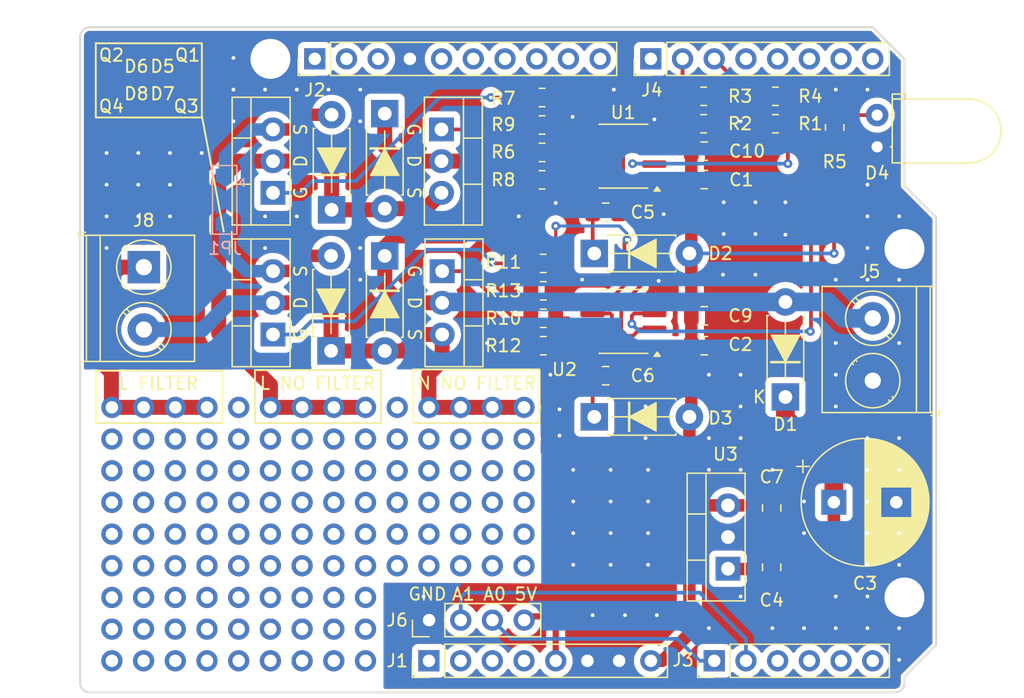
<source format=kicad_pcb>
(kicad_pcb (version 20240108) (generator "pcbnew") (generator_version "8.0")
  (title_block (title "Inverter") (date "2025-01-12") (rev "1") (company "Crupp 1"))
  (layers (0 "F.Cu" signal) (31 "B.Cu" signal) (34 "B.Paste" user) (35 "F.Paste" user) (36 "B.SilkS" user "B.Silkscreen") (37 "F.SilkS" user "F.Silkscreen") (38 "B.Mask" user) (39 "F.Mask" user) (44 "Edge.Cuts" user))
  (net 0 "")
  (net 1 "GND")
  (net 3 "+5V")
  (net 4 "/IOREF")
  (net 5 "/A0")
  (net 6 "/A1")
  (net 7 "/A2")
  (net 8 "/A3")
  (net 11 "/13")
  (net 12 "/12")
  (net 13 "/AREF")
  (net 14 "/8")
  (net 15 "/7")
  (net 16 "/*11")
  (net 17 "/*10")
  (net 18 "/*9")
  (net 19 "/4")
  (net 20 "/2")
  (net 21 "+12V")
  (net 22 "Net-(D1-K)")
  (net 23 "/TX{slash}1")
  (net 24 "/*3")
  (net 25 "/RX{slash}0")
  (net 26 "+3V3")
  (net 27 "/~{RESET}")
  (net 28 "/VB1")
  (net 29 "/VS1")
  (net 30 "/VB2")
  (net 31 "/VS2")
  (net 32 "VIN")
  (net 33 "Net-(D4-A)")
  (net 34 "Net-(D6-A)")
  (net 35 "Net-(D8-A)")
  (net 36 "/PWM_A")
  (net 37 "/PWM_B")
  (net 38 "Net-(Q1-G)")
  (net 39 "Net-(Q2-G)")
  (net 40 "Net-(Q3-G)")
  (net 41 "Net-(Q4-G)")
  (net 42 "Net-(U1-HIN)")
  (net 43 "Net-(U1-LIN)")
  (net 44 "Net-(U2-HIN)")
  (net 45 "Net-(U2-LIN)")
  (net 46 "/OUT1_H")
  (net 47 "/OUT1_L")
  (net 48 "/OUT2_H")
  (net 49 "/OUT2_L")
  (net 50 "/L_Unfiltered ")
  (net 51 "/N")
  (net 52 "/ L_filtered")
  (footprint "" (layer "F.Cu") (at 125.4 84.76)
    (property "Reference" "15" (hide yes))
    (property "Value" " ")
  )
  (footprint "PCM_Package_TO_SOT_THT_AKL:TO-220-3_Vertical" (layer "F.Cu") (at 151.9 90.08 90)
    (property "Reference" "U3")
    (property "Value" "LM7812CT" (hide yes))
  )
  (footprint "Resistor_SMD:R_0805_2012Metric_Pad1.20x1.40mm_HandSolder" (layer "F.Cu") (at 137.1 72.2)
    (property "Reference" "R12")
    (property "Value" "47k")
  )
  (footprint "Connector_PinHeader_2.54mm:PinHeader_1x01_P2.54mm_Vertical" (layer "F.Cu") (at 107.62 79.68)
    (property "Reference" "REF**65" (hide yes))
    (property "Value" " " (hide yes))
  )
  (footprint "Connector_PinHeader_2.54mm:PinHeader_1x01_P2.54mm_Vertical" (layer "F.Cu") (at 105.08 77.14)
    (property "Reference" "REF**73" (hide yes))
    (property "Value" " " (hide yes))
  )
  (footprint "Connector_PinHeader_2.54mm:PinHeader_1x01_P2.54mm_Vertical" (layer "F.Cu") (at 107.62 82.22)
    (property "Reference" "REF**56" (hide yes))
    (property "Value" " " (hide yes))
  )
  (footprint "Connector_PinHeader_2.54mm:PinHeader_1x01_P2.54mm_Vertical" (layer "F.Cu") (at 102.54 77.14)
    (property "Reference" "REF**72" (hide yes))
    (property "Value" " " (hide yes))
  )
  (footprint "PCM_Diode_THT_AKL:D_DO-41_SOD81_P7.62mm_Horizontal" (layer "F.Cu") (at 141.19 64.8)
    (property "Reference" "D2")
    (property "Value" "1N4001" (hide yes))
  )
  (footprint "Connector_PinHeader_2.54mm:PinHeader_1x01_P2.54mm_Vertical" (layer "F.Cu") (at 120.32 84.76)
    (property "Reference" "REF**52" (hide yes))
    (property "Value" " " (hide yes))
  )
  (footprint "Connector_PinHeader_2.54mm:PinHeader_1x01_P2.54mm_Vertical" (layer "F.Cu") (at 120.32 79.68)
    (property "Reference" "REF**70" (hide yes))
    (property "Value" " " (hide yes))
  )
  (footprint "Resistor_SMD:R_0805_2012Metric_Pad1.20x1.40mm_HandSolder" (layer "F.Cu") (at 155.7 52.2 180)
    (property "Reference" "R4")
    (property "Value" "1k")
  )
  (footprint "Connector_PinHeader_2.54mm:PinHeader_1x01_P2.54mm_Vertical" (layer "F.Cu") (at 122.86 87.3)
    (property "Reference" "REF**44" (hide yes))
    (property "Value" " " (hide yes))
  )
  (footprint "Connector_PinHeader_2.54mm:PinHeader_1x01_P2.54mm_Vertical" (layer "F.Cu") (at 110.16 94.92)
    (property "Reference" "REF**12" (hide yes))
    (property "Value" " " (hide yes))
  )
  (footprint "Connector_PinHeader_2.54mm:PinHeader_1x01_P2.54mm_Vertical" (layer "F.Cu") (at 122.86 97.46)
    (property "Reference" "REF**8" (hide yes))
    (property "Value" " " (hide yes))
  )
  (footprint "Connector_PinHeader_2.54mm:PinHeader_1x01_P2.54mm_Vertical" (layer "F.Cu") (at 110.16 84.76)
    (property "Reference" "REF**48" (hide yes))
    (property "Value" " " (hide yes))
  )
  (footprint "" (layer "F.Cu") (at 135.56 84.76)
    (property "Reference" "19" (hide yes))
    (property "Value" " ")
  )
  (footprint "" (layer "F.Cu") (at 135.56 77.14)
    (property "Reference" "33" (hide yes))
    (property "Value" " ")
  )
  (footprint "" (layer "F.Cu") (at 127.94 79.68)
    (property "Reference" "25" (hide yes))
    (property "Value" " ")
  )
  (footprint "Connector_PinHeader_2.54mm:PinHeader_1x01_P2.54mm_Vertical" (layer "F.Cu") (at 110.16 77.14)
    (property "Reference" "REF**75" (hide yes))
    (property "Value" " " (hide yes))
  )
  (footprint "Connector_PinHeader_2.54mm:PinHeader_1x01_P2.54mm_Vertical" (layer "F.Cu") (at 117.78 84.76)
    (property "Reference" "REF**51" (hide yes))
    (property "Value" " " (hide yes))
  )
  (footprint "Connector_PinHeader_2.54mm:PinHeader_1x01_P2.54mm_Vertical" (layer "F.Cu") (at 117.78 79.68)
    (property "Reference" "REF**69" (hide yes))
    (property "Value" " " (hide yes))
  )
  (footprint "Connector_PinHeader_2.54mm:PinHeader_1x01_P2.54mm_Vertical" (layer "F.Cu") (at 115.24 97.46)
    (property "Reference" "REF**5" (hide yes))
    (property "Value" " " (hide yes))
  )
  (footprint "Resistor_SMD:R_0805_2012Metric_Pad1.20x1.40mm_HandSolder" (layer "F.Cu") (at 149.95 54.4)
    (property "Reference" "R2")
    (property "Value" "1k")
  )
  (footprint "Connector_PinHeader_2.54mm:PinHeader_1x01_P2.54mm_Vertical" (layer "F.Cu") (at 117.78 92.38)
    (property "Reference" "REF**24" (hide yes))
    (property "Value" " " (hide yes))
  )
  (footprint "Connector_PinHeader_2.54mm:PinHeader_1x10_P2.54mm_Vertical" (layer "F.Cu") (at 118.796 49.2 90)
    (property "Reference" "J2")
    (property "Value" "Digital/PWM")
  )
  (footprint "" (layer "F.Cu") (at 133.02 82.22)
    (property "Reference" "23" (hide yes))
    (property "Value" " ")
  )
  (footprint "Connector_PinHeader_2.54mm:PinHeader_1x01_P2.54mm_Vertical" (layer "F.Cu") (at 107.62 97.46)
    (property "Reference" "REF**2" (hide yes))
    (property "Value" " " (hide yes))
  )
  (footprint "" (layer "F.Cu") (at 127.94 77.14)
    (property "Reference" "30" (hide yes))
    (property "Value" " ")
  )
  (footprint "Connector_PinHeader_2.54mm:PinHeader_1x01_P2.54mm_Vertical" (layer "F.Cu") (at 115.24 89.84)
    (property "Reference" "REF**32" (hide yes))
    (property "Value" " " (hide yes))
  )
  (footprint "Resistor_SMD:R_0805_2012Metric_Pad1.20x1.40mm_HandSolder" (layer "F.Cu") (at 160.45 54.7 90)
    (property "Reference" "R5")
    (property "Value" "1k")
  )
  (footprint "Connector_PinHeader_2.54mm:PinHeader_1x01_P2.54mm_Vertical" (layer "F.Cu") (at 107.62 84.76)
    (property "Reference" "REF**47" (hide yes))
    (property "Value" " " (hide yes))
  )
  (footprint "Connector_PinHeader_2.54mm:PinHeader_1x01_P2.54mm_Vertical" (layer "F.Cu") (at 112.7 89.84)
    (property "Reference" "REF**31" (hide yes))
    (property "Value" " " (hide yes))
  )
  (footprint "Connector_PinHeader_2.54mm:PinHeader_1x01_P2.54mm_Vertical" (layer "F.Cu") (at 112.7 94.92)
    (property "Reference" "REF**13" (hide yes))
    (property "Value" " " (hide yes))
  )
  (footprint "Connector_PinHeader_2.54mm:PinHeader_1x01_P2.54mm_Vertical" (layer "F.Cu") (at 112.7 79.68)
    (property "Reference" "REF**67" (hide yes))
    (property "Value" " " (hide yes))
  )
  (footprint "Capacitor_SMD:C_0805_2012Metric_Pad1.18x1.45mm_HandSolder" (layer "F.Cu") (at 150 58.875 180)
    (property "Reference" "C1")
    (property "Value" "100n")
  )
  (footprint "Connector_PinHeader_2.54mm:PinHeader_1x01_P2.54mm_Vertical" (layer "F.Cu") (at 122.86 77.14)
    (property "Reference" "REF**80" (hide yes))
    (property "Value" " " (hide yes))
  )
  (footprint "PCM_Diode_THT_AKL:D_DO-41_SOD81_P7.62mm_Horizontal" (layer "F.Cu") (at 120.1 72.61 90)
    (property "Reference" "D8")
    (property "Value" "1N4001" (hide yes))
  )
  (footprint "" (layer "F.Cu") (at 130.48 77.14)
    (property "Reference" "31" (hide yes))
    (property "Value" " ")
  )
  (footprint "Connector_PinHeader_2.54mm:PinHeader_1x01_P2.54mm_Vertical" (layer "F.Cu") (at 120.32 77.14)
    (property "Reference" "REF**79" (hide yes))
    (property "Value" " " (hide yes))
  )
  (footprint "Connector_PinHeader_2.54mm:PinHeader_1x01_P2.54mm_Vertical" (layer "F.Cu") (at 122.86 89.84)
    (property "Reference" "REF**35" (hide yes))
    (property "Value" " " (hide yes))
  )
  (footprint "Resistor_SMD:R_0805_2012Metric_Pad1.20x1.40mm_HandSolder" (layer "F.Cu") (at 137.1 67.8 180)
    (property "Reference" "R13")
    (property "Value" "47k")
  )
  (footprint "Connector_PinHeader_2.54mm:PinHeader_1x01_P2.54mm_Vertical" (layer "F.Cu") (at 107.62 94.92)
    (property "Reference" "REF**11" (hide yes))
    (property "Value" " " (hide yes))
  )
  (footprint "Connector_PinHeader_2.54mm:PinHeader_1x01_P2.54mm_Vertical" (layer "F.Cu") (at 112.7 97.46)
    (property "Reference" "REF**4" (hide yes))
    (property "Value" " " (hide yes))
  )
  (footprint "Connector_PinHeader_2.54mm:PinHeader_1x04_P2.54mm_Vertical" (layer "F.Cu") (at 127.95 94.2 90)
    (property "Reference" "J6")
    (property "Value" "Conn_01x04_Pin")
  )
  (footprint "Connector_PinHeader_2.54mm:PinHeader_1x01_P2.54mm_Vertical" (layer "F.Cu") (at 120.32 94.92)
    (property "Reference" "REF**16" (hide yes))
    (property "Value" " " (hide yes))
  )
  (footprint "Capacitor_SMD:C_0805_2012Metric_Pad1.18x1.45mm_HandSolder" (layer "F.Cu") (at 150 72.2 180)
    (property "Reference" "C2")
    (property "Value" "100n")
  )
  (footprint "LED_THT:LED_D5.0mm_Horizontal_O1.27mm_Z15.0mm" (layer "F.Cu") (at 163.85 56.25 90)
    (property "Reference" "D4")
    (property "Value" "LED")
  )
  (footprint "Connector_PinHeader_2.54mm:PinHeader_1x01_P2.54mm_Vertical" (layer "F.Cu") (at 102.54 79.68)
    (property "Reference" "REF**63" (hide yes))
    (property "Value" " " (hide yes))
  )
  (footprint "" (layer "F.Cu") (at 130.48 89.84)
    (property "Reference" "41" (hide yes))
    (property "Value" " ")
  )
  (footprint "Connector_PinHeader_2.54mm:PinHeader_1x01_P2.54mm_Vertical" (layer "F.Cu") (at 120.32 97.46)
    (property "Reference" "REF**7" (hide yes))
    (property "Value" " " (hide yes))
  )
  (footprint "Connector_PinHeader_2.54mm:PinHeader_1x01_P2.54mm_Vertical" (layer "F.Cu") (at 115.24 84.76)
    (property "Reference" "REF**50" (hide yes))
    (property "Value" " " (hide yes))
  )
  (footprint "" (layer "F.Cu") (at 125.4 89.84)
    (property "Reference" "39" (hide yes))
    (property "Value" " ")
  )
  (footprint "Connector_PinHeader_2.54mm:PinHeader_1x01_P2.54mm_Vertical" (layer "F.Cu") (at 105.08 82.22)
    (property "Reference" "REF**55" (hide yes))
    (property "Value" " " (hide yes))
  )
  (footprint "" (layer "F.Cu") (at 133.02 89.84)
    (property "Reference" "42" (hide yes))
    (property "Value" " ")
  )
  (footprint "Connector_PinHeader_2.54mm:PinHeader_1x01_P2.54mm_Vertical" (layer "F.Cu") (at 105.08 97.46)
    (property "Reference" "REF**1" (hide yes))
    (property "Value" " " (hide yes))
  )
  (footprint "Connector_PinHeader_2.54mm:PinHeader_1x01_P2.54mm_Vertical" (layer "F.Cu") (at 117.78 94.92)
    (property "Reference" "REF**15" (hide yes))
    (property "Value" " " (hide yes))
  )
  (footprint "" (layer "F.Cu") (at 133.02 77.14)
    (property "Reference" "32" (hide yes))
    (property "Value" " ")
  )
  (footprint "Connector_PinHeader_2.54mm:PinHeader_1x01_P2.54mm_Vertical" (layer "F.Cu") (at 115.24 92.38)
    (property "Reference" "REF**23" (hide yes))
    (property "Value" " " (hide yes))
  )
  (footprint "Arduino_MountingHole:MountingHole_3.2mm" (layer "F.Cu") (at 115.24 49.2)
    (property "Reference" "MH1" (hide yes))
    (property "Value" "MountingHole_3.2mm" (hide yes))
  )
  (footprint "Connector_PinHeader_2.54mm:PinHeader_1x01_P2.54mm_Vertical" (layer "F.Cu") (at 102.54 87.3)
    (property "Reference" "REF**36" (hide yes))
    (property "Value" " " (hide yes))
  )
  (footprint "Connector_PinHeader_2.54mm:PinHeader_1x01_P2.54mm_Vertical" (layer "F.Cu") (at 120.32 87.3)
    (property "Reference" "REF**43" (hide yes))
    (property "Value" " " (hide yes))
  )
  (footprint "Package_SO:SOIC-8_3.9x4.9mm_P1.27mm" (layer "F.Cu") (at 143.525 57 180)
    (property "Reference" "U1")
    (property "Value" "IR2101")
  )
  (footprint "" (layer "F.Cu") (at 135.56 82.22)
    (property "Reference" "24" (hide yes))
    (property "Value" " ")
  )
  (footprint "Connector_PinHeader_2.54mm:PinHeader_1x01_P2.54mm_Vertical" (layer "F.Cu") (at 110.16 87.3)
    (property "Reference" "REF**39" (hide yes))
    (property "Value" " " (hide yes))
  )
  (footprint "Connector_PinHeader_2.54mm:PinHeader_1x01_P2.54mm_Vertical" (layer "F.Cu") (at 115.24 77.14)
    (property "Reference" "REF**77" (hide yes))
    (property "Value" " " (hide yes))
  )
  (footprint "" (layer "F.Cu") (at 125.4 79.68)
    (property "Reference" "" (hide yes))
    (property "Value" " ")
  )
  (footprint "PCM_Package_TO_SOT_THT_AKL:TO-220-3_Vertical_GDS" (layer "F.Cu") (at 115.445 59.94 90)
    (property "Reference" "Q2")
    (property "Value" "IRFZ44N" (hide yes))
  )
  (footprint "TerminalBlock_Phoenix:TerminalBlock_Phoenix_PT-1,5-2-5.0-H_1x02_P5.00mm_Horizontal" (layer "F.Cu") (at 105.1 65.9 -90)
    (property "Reference" "J8")
    (property "Value" "Screw_Terminal_01x02")
  )
  (footprint "Package_SO:SOIC-8_3.9x4.9mm_P1.27mm" (layer "F.Cu") (at 143.525 70.25 180)
    (property "Reference" "U2")
    (property "Value" "IR2101")
  )
  (footprint "PCM_Diode_THT_AKL:D_DO-41_SOD81_P7.62mm_Horizontal" (layer "F.Cu") (at 124.4 53.59 -90)
    (property "Reference" "D5")
    (property "Value" "1N4001" (hide yes))
  )
  (footprint "Connector_PinHeader_2.54mm:PinHeader_1x01_P2.54mm_Vertical" (layer "F.Cu") (at 105.08 79.68)
    (property "Reference" "REF**64" (hide yes))
    (property "Value" " " (hide yes))
  )
  (footprint "" (layer "F.Cu") (at 133.02 87.3)
    (property "Reference" "37" (hide yes))
    (property "Value" " ")
  )
  (footprint "Resistor_SMD:R_0805_2012Metric_Pad1.20x1.40mm_HandSolder" (layer "F.Cu") (at 155.7 54.4)
    (property "Reference" "R1")
    (property "Value" "1k")
  )
  (footprint "Resistor_SMD:R_0805_2012Metric_Pad1.20x1.40mm_HandSolder" (layer "F.Cu") (at 137 56.7)
    (property "Reference" "R6")
    (property "Value" "47")
  )
  (footprint "Connector_PinHeader_2.54mm:PinHeader_1x01_P2.54mm_Vertical" (layer "F.Cu") (at 105.08 84.76)
    (property "Reference" "REF**46" (hide yes))
    (property "Value" " " (hide yes))
  )
  (footprint "Connector_PinHeader_2.54mm:PinHeader_1x01_P2.54mm_Vertical" (layer "F.Cu") (at 117.78 77.14)
    (property "Reference" "REF**78" (hide yes))
    (property "Value" " " (hide yes))
  )
  (footprint "" (layer "F.Cu") (at 125.4 77.14)
    (property "Reference" "29" (hide yes))
    (property "Value" " ")
  )
  (footprint "Connector_PinHeader_2.54mm:PinHeader_1x01_P2.54mm_Vertical" (layer "F.Cu") (at 110.16 92.38)
    (property "Reference" "REF**21" (hide yes))
    (property "Value" " " (hide yes))
  )
  (footprint "PCM_Diode_THT_AKL:D_DO-41_SOD81_P7.62mm_Horizontal" (layer "F.Cu") (at 156.5 76.31 90)
    (property "Reference" "D1")
    (property "Value" "1N4001" (hide yes))
  )
  (footprint "" (layer "F.Cu") (at 135.56 87.3)
    (property "Reference" "38" (hide yes))
    (property "Value" " ")
  )
  (footprint "Connector_PinHeader_2.54mm:PinHeader_1x01_P2.54mm_Vertical" (layer "F.Cu") (at 110.16 79.68)
    (property "Reference" "REF**66" (hide yes))
    (property "Value" " " (hide yes))
  )
  (footprint "Connector_PinHeader_2.54mm:PinHeader_1x01_P2.54mm_Vertical" (layer "F.Cu") (at 120.32 89.84)
    (property "Reference" "REF**34" (hide yes))
    (property "Value" " " (hide yes))
  )
  (footprint "" (layer "F.Cu") (at 130.48 84.76)
    (property "Reference" "17" (hide yes))
    (property "Value" " ")
  )
  (footprint "" (layer "F.Cu") (at 130.48 82.22)
    (property "Reference" "22" (hide yes))
    (property "Value" " ")
  )
  (footprint "Connector_PinHeader_2.54mm:PinHeader_1x01_P2.54mm_Vertical" (layer "F.Cu") (at 115.24 94.92)
    (property "Reference" "REF**14" (hide yes))
    (property "Value" " " (hide yes))
  )
  (footprint "" (layer "F.Cu") (at 127.94 87.3)
    (property "Reference" "35" (hide yes))
    (property "Value" " ")
  )
  (footprint "Capacitor_SMD:C_0805_2012Metric_Pad1.18x1.45mm_HandSolder" (layer "F.Cu") (at 155.4 89.9625 90)
    (property "Reference" "C4")
    (property "Value" "470n")
  )
  (footprint "Resistor_SMD:R_0805_2012Metric_Pad1.20x1.40mm_HandSolder" (layer "F.Cu") (at 137.1 70)
    (property "Reference" "R10")
    (property "Value" "47")
  )
  (footprint "Connector_PinHeader_2.54mm:PinHeader_1x01_P2.54mm_Vertical" (layer "F.Cu") (at 122.86 94.92)
    (property "Reference" "REF**17" (hide yes))
    (property "Value" " " (hide yes))
  )
  (footprint "Connector_PinHeader_2.54mm:PinHeader_1x01_P2.54mm_Vertical" (layer "F.Cu") (at 120.32 82.22)
    (property "Reference" "REF**61" (hide yes))
    (property "Value" " " (hide yes))
  )
  (footprint "Connector_PinHeader_2.54mm:PinHeader_1x01_P2.54mm_Vertical" (layer "F.Cu") (at 107.62 87.3)
    (property "Reference" "REF**38" (hide yes))
    (property "Value" " " (hide yes))
  )
  (footprint "PCM_Package_TO_SOT_THT_AKL:TO-220-3_Vertical_GDS" (layer "F.Cu") (at 129 66.220001 -90)
    (property "Reference" "Q3")
    (property "Value" "IRFZ44N" (hide yes))
  )
  (footprint "Connector_PinHeader_2.54mm:PinHeader_1x01_P2.54mm_Vertical" (layer "F.Cu") (at 102.54 92.38)
    (property "Reference" "REF**18" (hide yes))
    (property "Value" " " (hide yes))
  )
  (footprint "" (layer "F.Cu") (at 133.02 79.68)
    (property "Reference" "27" (hide yes))
    (property "Value" " ")
  )
  (footprint "" (layer "F.Cu") (at 130.48 79.68)
    (property "Reference" "26" (hide yes))
    (property "Value" " ")
  )
  (footprint "Connector_PinHeader_2.54mm:PinHeader_1x01_P2.54mm_Vertical" (layer "F.Cu") (at 117.78 89.84)
    (property "Reference" "REF**33" (hide yes))
    (property "Value" " " (hide yes))
  )
  (footprint "PCM_Package_TO_SOT_THT_AKL:TO-220-3_Vertical_GDS" (layer "F.Cu") (at 115.445 71.300001 90)
    (property "Reference" "Q4")
    (property "Value" "IRFZ44N" (hide yes))
  )
  (footprint "Connector_PinHeader_2.54mm:PinHeader_1x01_P2.54mm_Vertical" (layer "F.Cu") (at 122.86 82.22)
    (property "Reference" "REF**62" (hide yes))
    (property "Value" " " (hide yes))
  )
  (footprint "" (layer "F.Cu") (at 127.94 84.76)
    (property "Reference" "16" (hide yes))
    (property "Value" " ")
  )
  (footprint "Connector_PinHeader_2.54mm:PinHeader_1x01_P2.54mm_Vertical" (layer "F.Cu") (at 102.54 94.92)
    (property "Reference" "REF**9" (hide yes))
    (property "Value" " " (hide yes))
  )
  (footprint "Capacitor_SMD:C_0805_2012Metric_Pad1.18x1.45mm_HandSolder" (layer "F.Cu") (at 150 69.8 180)
    (property "Reference" "C9")
    (property "Value" "10u")
  )
  (footprint "Connector_PinHeader_2.54mm:PinHeader_1x01_P2.54mm_Vertical" (layer "F.Cu") (at 117.78 87.3)
    (property "Reference" "REF**42" (hide yes))
    (property "Value" " " (hide yes))
  )
  (footprint "Resistor_SMD:R_0805_2012Metric_Pad1.20x1.40mm_HandSolder" (layer "F.Cu") (at 137 58.9 180)
    (property "Reference" "R8")
    (property "Value" "47k")
  )
  (footprint "Connector_PinHeader_2.54mm:PinHeader_1x01_P2.54mm_Vertical" (layer "F.Cu") (at 117.78 82.22)
    (property "Reference" "REF**60" (hide yes))
    (property "Value" " " (hide yes))
  )
  (footprint "Connector_PinHeader_2.54mm:PinHeader_1x01_P2.54mm_Vertical" (layer "F.Cu") (at 115.24 82.22)
    (property "Reference" "REF**59" (hide yes))
    (property "Value" " " (hide yes))
  )
  (footprint "Connector_PinHeader_2.54mm:PinHeader_1x01_P2.54mm_Vertical" (layer "F.Cu") (at 107.62 92.38)
    (property "Reference" "REF**20" (hide yes))
    (property "Value" " " (hide yes))
  )
  (footprint "" (layer "F.Cu") (at 125.4 87.3)
    (property "Reference" "34" (hide yes))
    (property "Value" " ")
  )
  (footprint "Connector_PinHeader_2.54mm:PinHeader_1x01_P2.54mm_Vertical" (layer "F.Cu") (at 122.86 92.38)
    (property "Reference" "REF**26" (hide yes))
    (property "Value" " " (hide yes))
  )
  (footprint "Connector_PinHeader_2.54mm:PinHeader_1x01_P2.54mm_Vertical" (layer "F.Cu") (at 102.54 82.22)
    (property "Reference" "REF**54" (hide yes))
    (property "Value" " " (hide yes))
  )
  (footprint "Connector_PinHeader_2.54mm:PinHeader_1x01_P2.54mm_Vertical" (layer "F.Cu") (at 102.54 97.46)
    (property "Reference" "REF**" (hide yes))
    (property "Value" " " (hide yes))
  )
  (footprint "Connector_PinHeader_2.54mm:PinHeader_1x01_P2.54mm_Vertical" (layer "F.Cu") (at 102.54 89.84)
    (property "Reference" "REF**27" (hide yes))
    (property "Value" " " (hide yes))
  )
  (footprint "Connector_PinHeader_2.54mm:PinHeader_1x01_P2.54mm_Vertical" (layer "F.Cu") (at 122.86 79.68)
    (property "Reference" "REF**71" (hide yes))
    (property "Value" " " (hide yes))
  )
  (footprint "Capacitor_THT:CP_Radial_D10.0mm_P5.00mm" (layer "F.Cu") (at 160.382323 84.75)
    (property "Reference" "C3")
    (property "Value" "470u")
  )
  (footprint "" (layer "F.Cu") (at 135.56 79.68)
    (property "Reference" "28" (hide yes))
    (property "Value" " ")
  )
  (footprint "" (layer "F.Cu") (at 127.94 89.84)
    (property "Reference" "40" (hide yes))
    (property "Value" " ")
  )
  (footprint "PCM_Package_TO_SOT_THT_AKL:TO-220-3_Vertical_GDS" (layer "F.Cu") (at 128.945 54.86 -90)
    (property "Reference" "Q1")
    (property "Value" "IRFZ44N" (hide yes))
  )
  (footprint "Connector_PinHeader_2.54mm:PinHeader_1x01_P2.54mm_Vertical" (layer "F.Cu") (at 117.78 97.46)
    (property "Reference" "REF**6" (hide yes))
    (property "Value" " " (hide yes))
  )
  (footprint "Connector_PinHeader_2.54mm:PinHeader_1x01_P2.54mm_Vertical" (layer "F.Cu") (at 105.08 94.92)
    (property "Reference" "REF**10" (hide yes))
    (property "Value" " " (hide yes))
  )
  (footprint "Connector_PinHeader_2.54mm:PinHeader_1x06_P2.54mm_Vertical" (layer "F.Cu") (at 150.8 97.46 90)
    (property "Reference" "J3")
    (property "Value" "Analog")
  )
  (footprint "Connector_PinHeader_2.54mm:PinHeader_1x01_P2.54mm_Vertical" (layer "F.Cu") (at 112.7 84.76)
    (property "Reference" "REF**49" (hide yes))
    (property "Value" " " (hide yes))
  )
  (footprint "Connector_PinHeader_2.54mm:PinHeader_1x01_P2.54mm_Vertical" (layer "F.Cu") (at 105.08 87.3)
    (property "Reference" "REF**37" (hide yes))
    (property "Value" " " (hide yes))
  )
  (footprint "Connector_PinHeader_2.54mm:PinHeader_1x01_P2.54mm_Vertical" (layer "F.Cu") (at 107.62 77.14)
    (property "Reference" "REF**74" (hide yes))
    (property "Value" " " (hide yes))
  )
  (footprint "Connector_PinHeader_2.54mm:PinHeader_1x01_P2.54mm_Vertical" (layer "F.Cu") (at 112.7 92.38)
    (property "Reference" "REF**22" (hide yes))
    (property "Value" " " (hide yes))
  )
  (footprint "Connector_PinHeader_2.54mm:PinHeader_1x01_P2.54mm_Vertical" (layer "F.Cu") (at 107.62 89.84)
    (property "Reference" "REF**29" (hide yes))
    (property "Value" " " (hide yes))
  )
  (footprint "Connector_PinHeader_2.54mm:PinHeader_1x08_P2.54mm_Vertical" (layer "F.Cu") (at 145.72 49.2 90)
    (property "Reference" "J4")
    (property "Value" "Digital/PWM")
  )
  (footprint "Connector_PinHeader_2.54mm:PinHeader_1x01_P2.54mm_Vertical" (layer "F.Cu") (at 110.16 82.22)
    (property "Reference" "REF**57" (hide yes))
    (property "Value" " " (hide yes))
  )
  (footprint "TerminalBlock_Phoenix:TerminalBlock_Phoenix_PT-1,5-2-5.0-H_1x02_P5.00mm_Horizontal" (layer "F.Cu") (at 163.5 75 90)
    (property "Reference" "J5")
    (property "Value" "Screw_Terminal_01x02")
  )
  (footprint "Connector_PinHeader_2.54mm:PinHeader_1x01_P2.54mm_Vertical" (layer "F.Cu") (at 122.86 84.76)
    (property "Reference" "REF**53" (hide yes))
    (property "Value" " " (hide yes))
  )
  (footprint "Connector_PinHeader_2.54mm:PinHeader_1x01_P2.54mm_Vertical" (layer "F.Cu") (at 112.7 82.22)
    (property "Reference" "REF**58" (hide yes))
    (property "Value" " " (hide yes))
  )
  (footprint "Connector_PinHeader_2.54mm:PinHeader_1x01_P2.54mm_Vertical" (layer "F.Cu") (at 115.24 79.68)
    (property "Reference" "REF**68" (hide yes))
    (property "Value" " " (hide yes))
  )
  (footprint "" (layer "F.Cu") (at 130.48 87.3)
    (property "Reference" "36" (hide yes))
    (property "Value" " ")
  )
  (footprint "Connector_PinHeader_2.54mm:PinHeader_1x01_P2.54mm_Vertical" (layer "F.Cu") (at 112.7 87.3)
    (property "Reference" "REF**40" (hide yes))
    (property "Value" " " (hide yes))
  )
  (footprint "Resistor_SMD:R_0805_2012Metric_Pad1.20x1.40mm_HandSolder" (layer "F.Cu") (at 137 52.3 180)
    (property "Reference" "R7")
    (property "Value" "47")
  )
  (footprint "Connector_PinHeader_2.54mm:PinHeader_1x01_P2.54mm_Vertical" (layer "F.Cu") (at 110.16 89.84)
    (property "Reference" "REF**30" (hide yes))
    (property "Value" " " (hide yes))
  )
  (footprint "" (layer "F.Cu") (at 125.4 82.22)
    (property "Reference" "20" (hide yes))
    (property "Value" " ")
  )
  (footprint "Capacitor_SMD:C_0805_2012Metric_Pad1.18x1.45mm_HandSolder" (layer "F.Cu") (at 142.1 74.6)
    (property "Reference" "C6")
    (property "Value" "470n")
  )
  (footprint "Connector_PinHeader_2.54mm:PinHeader_1x01_P2.54mm_Vertical" (layer "F.Cu") (at 112.7 77.14)
    (property "Reference" "REF**76" (hide yes))
    (property "Value" " " (hide yes))
  )
  (footprint "Connector_PinHeader_2.54mm:PinHeader_1x08_P2.54mm_Vertical" (layer "F.Cu") (at 127.94 97.46 90)
    (property "Reference" "J1")
    (property "Value" "Power")
  )
  (footprint "" (layer "F.Cu") (at 133.02 84.76)
    (property "Reference" "18" (hide yes))
    (property "Value" " ")
  )
  (footprint "PCM_Diode_THT_AKL:D_DO-41_SOD81_P7.62mm_Horizontal" (layer "F.Cu") (at 141.19 77.9)
    (property "Reference" "D3")
    (property "Value" "1N4001" (hide yes))
  )
  (footprint "Capacitor_SMD:C_0805_2012Metric_Pad1.18x1.45mm_HandSolder" (layer "F.Cu") (at 150 56.6 180)
    (property "Reference" "C10")
    (property "Value" "10u")
  )
  (footprint "Resistor_SMD:R_0805_2012Metric_Pad1.20x1.40mm_HandSolder" (layer "F.Cu") (at 149.95 52.2 180)
    (property "Reference" "R3")
    (property "Value" "1k")
  )
  (footprint "Arduino_MountingHole:MountingHole_3.2mm" (layer "F.Cu") (at 166.04 64.44)
    (property "Reference" "MH3" (hide yes))
    (property "Value" "MountingHole_3.2mm" (hide yes))
  )
  (footprint "PCM_Diode_THT_AKL:D_DO-41_SOD81_P7.62mm_Horizontal" (layer "F.Cu") (at 120.145 61.3 90)
    (property "Reference" "D6")
    (property "Value" "1N4001" (hide yes))
  )
  (footprint "Arduino_MountingHole:MountingHole_3.2mm" (layer "F.Cu") (at 166.04 92.38)
    (property "Reference" "MH4" (hide yes))
    (property "Value" "MountingHole_3.2mm" (hide yes))
  )
  (footprint "Resistor_SMD:R_0805_2012Metric_Pad1.20x1.40mm_HandSolder" (layer "F.Cu") (at 137 54.5)
    (property "Reference" "R9")
    (property "Value" "47k")
  )
  (footprint "Capacitor_SMD:C_0805_2012Metric_Pad1.18x1.45mm_HandSolder" (layer "F.Cu") (at 155.4 85.2125 -90)
    (property "Reference" "C7")
    (property "Value" "100n")
  )
  (footprint "Resistor_SMD:R_0805_2012Metric_Pad1.20x1.40mm_HandSolder" (layer "F.Cu") (at 137.1 65.6 180)
    (property "Reference" "R11")
    (property "Value" "47")
  )
  (footprint "" (layer "F.Cu") (at 127.94 82.22)
    (property "Reference" "21" (hide yes))
    (property "Value" " ")
  )
  (footprint "Connector_PinHeader_2.54mm:PinHeader_1x01_P2.54mm_Vertical" (layer "F.Cu") (at 110.16 97.46)
    (property "Reference" "REF**3" (hide yes))
    (property "Value" " " (hide yes))
  )
  (footprint "Connector_PinHeader_2.54mm:PinHeader_1x01_P2.54mm_Vertical" (layer "F.Cu") (at 120.32 92.38)
    (property "Reference" "REF**25" (hide yes))
    (property "Value" " " (hide yes))
  )
  (footprint "Capacitor_SMD:C_0805_2012Metric_Pad1.18x1.45mm_HandSolder" (layer "F.Cu") (at 142.1 61.5)
    (property "Reference" "C5")
    (property "Value" "470n")
  )
  (footprint "Connector_PinHeader_2.54mm:PinHeader_1x01_P2.54mm_Vertical" (layer "F.Cu") (at 115.24 87.3)
    (property "Reference" "REF**41" (hide yes))
    (property "Value" " " (hide yes))
  )
  (footprint "Connector_PinHeader_2.54mm:PinHeader_1x01_P2.54mm_Vertical" (layer "F.Cu") (at 105.08 89.84)
    (property "Reference" "REF**28" (hide yes))
    (property "Value" " " (hide yes))
  )
  (footprint "" (layer "F.Cu") (at 135.56 89.84)
    (property "Reference" "43" (hide yes))
    (property "Value" " ")
  )
  (footprint "Connector_PinHeader_2.54mm:PinHeader_1x01_P2.54mm_Vertical" (layer "F.Cu") (at 102.54 84.76)
    (property "Reference" "REF**45" (hide yes))
    (property "Value" " " (hide yes))
  )
  (footprint "Connector_PinHeader_2.54mm:PinHeader_1x01_P2.54mm_Vertical" (layer "F.Cu") (at 105.08 92.38)
    (property "Reference" "REF**19" (hide yes))
    (property "Value" " " (hide yes))
  )
  (footprint "PCM_Diode_THT_AKL:D_DO-41_SOD81_P7.62mm_Horizontal" (layer "F.Cu") (at 124.4 65 -90)
    (property "Reference" "D7")
    (property "Value" "1N4001" (hide yes))
  )
  (footprint "Jumper:SolderJumper-3_P2.0mm_Open_TrianglePad1.0x1.5mm" (layer "B.Cu") (at 111.6 60.5 -90)
    (property "Reference" "JP1")
    (property "Value" "SolderJumper_3_Open")
  )
  (gr_rect (start 101.3 74.2) (end 111.4 78.4) (stroke (width 0.15)) (fill none) (layer "F.SilkS"))
  (gr_line (start 109.775 53.9) (end 111.5 63.05) (stroke (width 0.15)) (layer "F.SilkS"))
  (gr_rect (start 114 74.15) (end 124.1 78.4) (stroke (width 0.15)) (fill none) (layer "F.SilkS"))
  (gr_rect (start 126.7 74.1) (end 136.8 78.4) (stroke (width 0.15)) (fill none) (layer "F.SilkS"))
  (gr_rect (start 101.25 47.95) (end 109.75 53.9) (stroke (width 0.15)) (fill none) (layer "F.SilkS"))
  (gr_line (start 166.04 59.36) (end 168.58 61.9) (stroke (width 0.15)) (layer "Edge.Cuts"))
  (gr_line (start 100 99.238) (end 100 47.422) (stroke (width 0.15)) (layer "Edge.Cuts"))
  (gr_line (start 168.58 61.9) (end 168.58 96.19) (stroke (width 0.15)) (layer "Edge.Cuts"))
  (gr_line (start 165.278 100) (end 100.762 100) (stroke (width 0.15)) (layer "Edge.Cuts"))
  (gr_line (start 100.762 46.66) (end 163.5 46.66) (stroke (width 0.15)) (layer "Edge.Cuts"))
  (gr_arc (start 100.762 100) (mid 100.223185 99.776815) (end 100 99.238) (stroke (width 0.15)) (layer "Edge.Cuts"))
  (gr_line (start 168.58 96.19) (end 166.04 98.73) (stroke (width 0.15)) (layer "Edge.Cuts"))
  (gr_line (start 163.5 46.66) (end 166.04 49.2) (stroke (width 0.15)) (layer "Edge.Cuts"))
  (gr_arc (start 166.04 99.238) (mid 165.816815 99.776815) (end 165.278 100) (stroke (width 0.15)) (layer "Edge.Cuts"))
  (gr_line (start 166.04 49.2) (end 166.04 59.36) (stroke (width 0.15)) (layer "Edge.Cuts"))
  (gr_line (start 166.04 98.73) (end 166.04 99.238) (stroke (width 0.15)) (layer "Edge.Cuts"))
  (gr_arc (start 100 47.422) (mid 100.223185 46.883185) (end 100.762 46.66) (stroke (width 0.15)) (layer "Edge.Cuts"))
  (gr_text "L NO FILTER" (at 114.3 75.8 0) (layer "F.SilkS") (effects (font (size 1 1)) (justify left bottom)))
  (gr_text "5V\n" (at 134.7 92.7 0) (layer "F.SilkS") (effects (font (size 1 1)) (justify left bottom)))
  (gr_text "GND" (at 126.2 92.7 0) (layer "F.SilkS") (effects (font (size 1 1)) (justify left bottom)))
  (gr_text "A1" (at 129.7 92.7 0) (layer "F.SilkS") (effects (font (size 1 1)) (justify left bottom)))
  (gr_text "N NO FILTER" (at 126.95 75.8 0) (layer "F.SilkS") (effects (font (size 1 1)) (justify left bottom)))
  (gr_text "L FILTER" (at 103 75.8 0) (layer "F.SilkS") (effects (font (size 1 1)) (justify left bottom)))
  (gr_text "A0\n" (at 132.2 92.7 0) (layer "F.SilkS") (effects (font (size 1 1)) (justify left bottom)))
  (via (at 160.535 77.065) (size 0.7) (drill 0.3) (layers "F.Cu" "B.Cu") (net 1))
  (via (at 165.615 82.145) (size 0.7) (drill 0.3) (layers "F.Cu" "B.Cu") (net 1))
  (via (at 145.5 84.685) (size 0.7) (drill 0.3) (layers "F.Cu" "B.Cu") (net 1))
  (via (at 163.075 82.145) (size 0.7) (drill 0.3) (layers "F.Cu" "B.Cu") (net 1))
  (via (at 138.4 79.4) (size 0.7) (drill 0.3) (layers "F.Cu" "B.Cu") (net 1))
  (via (at 151.5 66.5) (size 0.7) (drill 0.3) (layers "F.Cu" "B.Cu") (net 1))
  (via (at 165.615 87.225) (size 0.7) (drill 0.3) (layers "F.Cu" "B.Cu") (net 1))
  (via (at 122.435 64.365) (size 0.7) (drill 0.3) (layers "F.Cu" "B.Cu") (net 1))
  (via (at 163.075 51.665) (size 0.7) (drill 0.3) (layers "F.Cu" "B.Cu") (net 1))
  (via (at 165.615 71.985) (size 0.7) (drill 0.3) (layers "F.Cu" "B.Cu") (net 1))
  (via (at 122.435 54.205) (size 0.7) (drill 0.3) (layers "F.Cu" "B.Cu") (net 1))
  (via (at 112.275 49.125) (size 0.7) (drill 0.3) (layers "F.Cu" "B.Cu") (net 1))
  (via (at 163.075 89.765) (size 0.7) (drill 0.3) (layers "F.Cu" "B.Cu") (net 1))
  (via (at 114.815 61.825) (size 0.7) (drill 0.3) (layers "F.Cu" "B.Cu") (net 1))
  (via (at 122.435 66.905) (size 0.7) (drill 0.3) (layers "F.Cu" "B.Cu") (net 1))
  (via (at 155.455 82.145) (size 0.7) (drill 0.3) (layers "F.Cu" "B.Cu") (net 1))
  (via (at 160.535 92.305) (size 0.7) (drill 0.3) (layers "F.Cu" "B.Cu") (net 1))
  (via (at 142.5 82.145) (size 0.7) (drill 0.3) (layers "F.Cu" "B.Cu") (net 1))
  (via (at 160.535 94.845) (size 0.7) (drill 0.3) (layers "F.Cu" "B.Cu") (net 1))
  (via (at 154.1 66.5) (size 0.7) (drill 0.3) (layers "F.Cu" "B.Cu") (net 1))
  (via (at 154.1 63.24) (size 0.7) (drill 0.3) (layers "F.Cu" "B.Cu") (net 1))
  (via (at 160.535 74.525) (size 0.7) (drill 0.3) (layers "F.Cu" "B.Cu") (net 1))
  (via (at 107.195 56.745) (size 0.7) (drill 0.3) (layers "F.Cu" "B.Cu") (net 1))
  (via (at 152.915 79.605) (size 0.7) (drill 0.3) (layers "F.Cu" "B.Cu") (net 1))
  (via (at 145.295 77.065) (size 0.7) (drill 0.3) (layers "F.Cu" "B.Cu") (net 1))
  (via (at 160.535 66.905) (size 0.7) (drill 0.3) (layers "F.Cu" "B.Cu") (net 1))
  (via (at 163.075 94.845) (size 0.7) (drill 0.3) (layers "F.Cu" "B.Cu") (net 1))
  (via (at 143.65 93.8) (size 0.7) (drill 0.3) (layers "F.Cu" "B.Cu") (net 1))
  (via (at 163.075 79.605) (size 0.7) (drill 0.3) (layers "F.Cu" "B.Cu") (net 1))
  (via (at 163.075 64.365) (size 0.7) (drill 0.3) (layers "F.Cu" "B.Cu") (net 1))
  (via (at 145.295 79.605) (size 0.7) (drill 0.3) (layers "F.Cu" "B.Cu") (net 1))
  (via (at 114.815 64.365) (size 0.7) (drill 0.3) (layers "F.Cu" "B.Cu") (net 1))
  (via (at 109.735 56.745) (size 0.7) (drill 0.3) (layers "F.Cu" "B.Cu") (net 1))
  (via (at 155.455 94.845) (size 0.7) (drill 0.3) (layers "F.Cu" "B.Cu") (net 1))
  (via (at 151.56 63.24) (size 0.7) (drill 0.3) (layers "F.Cu" "B.Cu") (net 1))
  (via (at 150.375 74.525) (size 0.7) (drill 0.3) (layers "F.Cu" "B.Cu") (net 1))
  (via (at 163.075 87.225) (size 0.7) (drill 0.3) (layers "F.Cu" "B.Cu") (net 1))
  (via (at 107.195 59.285) (size 0.7) (drill 0.3) (layers "F.Cu" "B.Cu") (net 1))
  (via (at 119.895 51.665) (size 0.7) (drill 0.3) (layers "F.Cu" "B.Cu") (net 1))
  (via (at 163.075 84.685) (size 0.7) (drill 0.3) (layers "F.Cu" "B.Cu") (net 1))
  (via (at 104.655 61.825) (size 0.7) (drill 0.3) (layers "F.Cu" "B.Cu") (net 1))
  (via (at 142.5 84.685) (size 0.7) (drill 0.3) (layers "F.Cu" "B.Cu") (net 1))
  (via (at 139.5 89.765) (size 0.7) (drill 0.3) (layers "F.Cu" "B.Cu") (net 1))
  (via (at 122.435 51.665) (size 0.7) (drill 0.3) (layers "F.Cu" "B.Cu") (net 1))
  (via (at 138.1 60.75) (size 0.7) (drill 0.3) (layers "F.Cu" "B.Cu") (net 1))
  (via (at 139.5 84.685) (size 0.7) (drill 0.3) (layers "F.Cu" "B.Cu") (net 1))
  (via (at 156.5 63.3) (size 0.7) (drill 0.3) (layers "F.Cu" "B.Cu") (net 1))
  (via (at 152.915 82.145) (size 0.7) (drill 0.3) (layers "F.Cu" "B.Cu") (net 1))
  (via (at 145.5 87.225) (size 0.7) (drill 0.3) (layers "F.Cu" "B.Cu") (net 1))
  (via (at 150.375 94.845) (size 0.7) (drill 0.3) (layers "F.Cu" "B.Cu") (net 1))
  (via (at 112.275 51.665) (size 0.7) (drill 0.3) (layers "F.Cu" "B.Cu") (net 1))
  (via (at 139.5 87.225) (size 0.7) (drill 0.3) (layers "F.Cu" "B.Cu") (net 1))
  (via (at 154.1 60.7) (size 0.7) (drill 0.3) (layers "F.Cu" "B.Cu") (net 1))
  (via (at 142.5 87.225) (size 0.7) (drill 0.3) (layers "F.Cu" "B.Cu") (net 1))
  (via (at 102.115 61.825) (size 0.7) (drill 0.3) (layers "F.Cu" "B.Cu") (net 1))
  (via (at 127.515 92.305) (size 0.7) (drill 0.3) (layers "F.Cu" "B.Cu") (net 1))
  (via (at 160.535 71.985) (size 0.7) (drill 0.3) (layers "F.Cu" "B.Cu") (net 1))
  (via (at 142.5 89.765) (size 0.7) (drill 0.3) (layers "F.Cu" "B.Cu") (net 1))
  (via (at 165.615 97.385) (size 0.7) (drill 0.3) (layers "F.Cu" "B.Cu") (net 1))
  (via (at 137.675 74.525) (size 0.7) (drill 0.3) (layers "F.Cu" "B.Cu") (net 1))
  (via (at 163.075 92.305) (size 0.7) (drill 0.3) (layers "F.Cu" "B.Cu") (net 1))
  (via (at 160.535 51.665) (size 0.7) (drill 0.3) (layers "F.Cu" "B.Cu") (net 1))
  (via (at 165.615 94.845) (size 0.7) (drill 0.3) (layers "F.Cu" "B.Cu") (net 1))
  (via (at 102.115 64.365) (size 0.7) (drill 0.3) (layers "F.Cu" "B.Cu") (net 1))
  (via (at 146 54.05) (size 0.7) (drill 0.3) (layers "F.Cu" "B.Cu") (net 1))
  (via (at 146.35 67) (size 0.7) (drill 0.3) (layers "F.Cu" "B.Cu") (net 1))
  (via (at 152.915 92.305) (size 0.7) (drill 0.3) (layers "F.Cu" "B.Cu") (net 1))
  (via (at 152.915 74.525) (size 0.7) (drill 0.3) (layers "F.Cu" "B.Cu") (net 1))
  (via (at 139.5 82.145) (size 0.7) (drill 0.3) (layers "F.Cu" "B.Cu") (net 1))
  (via (at 142.755 51.665) (size 0.7) (drill 0.3) (layers "F.Cu" "B.Cu") (net 1))
  (via (at 107.195 61.825) (size 0.7) (drill 0.3) (layers "F.Cu" "B.Cu") (net 1))
  (via (at 104.655 56.745) (size 0.7) (drill 0.3) (layers "F.Cu" "B.Cu") (net 1))
  (via (at 150.375 82.145) (size 0.7) (drill 0.3) (layers "F.Cu" "B.Cu") (net 1))
  (via (at 141.05 93.8) (size 0.7) (drill 0.3) (layers "F.Cu" "B.Cu") (net 1))
  (via (at 163.075 59.285) (size 0.7) (drill 0.3) (layers "F.Cu" "B.Cu") (net 1))
  (via (at 163.075 61.825) (size 0.7) (drill 0.3) (layers "F.Cu" "B.Cu") (net 1))
  (via (at 151.56 60.7) (size 0.7) (drill 0.3) (layers "F.Cu" "B.Cu") (net 1))
  (via (at 152.915 54.205) (size 0.7) (drill 0.3) (layers "F.Cu" "B.Cu") (net 1))
  (via (at 165.615 66.905) (size 0.7) (drill 0.3) (layers "F.Cu" "B.Cu") (net 1))
  (via (at 165.615 79.605) (size 0.7) (drill 0.3) (layers "F.Cu" "B.Cu") (net 1))
  (via (at 157.995 94.845) (size 0.7) (drill 0.3) (layers "F.Cu" "B.Cu") (net 1))
  (via (at 156.5 60.7) (size 0.7) (drill 0.3) (layers "F.Cu" "B.Cu") (net 1))
  (via (at 104.655 59.285) (size 0.7) (drill 0.3) (layers "F.Cu" "B.Cu") (net 1))
  (via (at 152.915 77.065) (size 0.7) (drill 0.3) (layers "F.Cu" "B.Cu") (net 1))
  (via (at 150.375 79.605) (size 0.7) (drill 0.3) (layers "F.Cu" "B.Cu") (net 1))
  (via (at 165.615 61.825) (size 0.7) (drill 0.3) (layers "F.Cu" "B.Cu") (net 1))
  (via (at 112.275 54.205) (size 0.7) (drill 0.3) (layers "F.Cu" "B.Cu") (net 1))
  (via (at 132.595 71.985) (size 0.7) (drill 0.3) (layers "F.Cu" "B.Cu") (net 1))
  (via (at 146.2 93.8) (size 0.7) (drill 0.3) (layers "F.Cu" "B.Cu") (net 1))
  (via (at 145.5 82.145) (size 0.7) (drill 0.3) (layers "F.Cu" "B.Cu") (net 1))
  (via (at 102.115 59.285) (size 0.7) (drill 0.3) (layers "F.Cu" "B.Cu") (net 1))
  (via (at 146.75 61.65) (size 0.7) (drill 0.3) (layers "F.Cu" "B.Cu") (net 1))
  (via (at 102.115 56.745) (size 0.7) (drill 0.3) (layers "F.Cu" "B.Cu") (net 1))
  (via (at 139.45 53.85) (size 0.7) (drill 0.3) (layers "F.Cu" "B.Cu") (net 1))
  (via (at 165.615 89.765) (size 0.7) (drill 0.3) (layers "F.Cu" "B.Cu") (net 1))
  (via (at 117.355 51.665) (size 0.7) (drill 0.3) (layers "F.Cu" "B.Cu") (net 1))
  (via (at 117.355 61.825) (size 0.7) (drill 0.3) (layers "F.Cu" "B.Cu") (net 1))
  (via (at 140.215 66.905) (size 0.7) (drill 0.3) (layers "F.Cu" "B.Cu") (net 1))
  (via (at 145.295 74.525) (size 0.7) (drill 0.3) (layers "F.Cu" "B.Cu") (net 1))
  (via (at 163.075 66.905) (size 0.7) (drill 0.3) (layers "F.Cu" "B.Cu") (net 1))
  (via (at 145.5 89.765) (size 0.7) (drill 0.3) (layers "F.Cu" "B.Cu") (net 1))
  (via (at 138.4 77.3) (size 0.7) (drill 0.3) (layers "F.Cu" "B.Cu") (net 1))
  (via (at 135.135 61.825) (size 0.7) (drill 0.3) (layers "F.Cu" "B.Cu") (net 1))
  (via (at 157.995 84.685) (size 0.7) (drill 0.3) (layers "F.Cu" "B.Cu") (net 1))
  (via (at 114.815 51.665) (size 0.7) (drill 0.3) (layers "F.Cu" "B.Cu") (net 1))
  (via (at 157.995 87.225) (size 0.7) (drill 0.3) (layers "F.Cu" "B.Cu") (net 1))
  (segment (start 137.35 93.9) (end 138.1 94.65) (width 0.5) (layer "F.Cu") (net 3))
  (segment (start 135.57 93.9) (end 137.35 93.9) (width 0.5) (layer "F.Cu") (net 3))
  (segment (start 138.1 94.65) (end 138.1 97.46) (width 0.5) (layer "F.Cu") (net 3))
  (segment (start 134.53 95.7) (end 147.85 95.7) (width 0.3) (layer "B.Cu") (net 5))
  (segment (start 149.61 97.46) (end 150.8 97.46) (width 0.3) (layer "B.Cu") (net 5))
  (segment (start 133.03 94.2) (end 134.53 95.7) (width 0.3) (layer "B.Cu") (net 5))
  (segment (start 133.03 93.9) (end 133.03 94.2) (width 0.3) (layer "B.Cu") (net 5))
  (segment (start 147.85 95.7) (end 149.61 97.46) (width 0.3) (layer "B.Cu") (net 5))
  (segment (start 130.85 92) (end 149.65 92) (width 0.3) (layer "B.Cu") (net 6))
  (segment (start 149.65 92) (end 153.34 95.69) (width 0.3) (layer "B.Cu") (net 6))
  (segment (start 130.49 94.2) (end 130.49 92.36) (width 0.3) (layer "B.Cu") (net 6))
  (segment (start 130.49 92.36) (end 130.85 92) (width 0.3) (layer "B.Cu") (net 6))
  (segment (start 153.34 95.69) (end 153.34 97.46) (width 0.3) (layer "B.Cu") (net 6))
  (segment (start 146.03 58.875) (end 146 58.905) (width 0.5) (layer "F.Cu") (net 21))
  (segment (start 148.9625 78.2475) (end 148.9625 72.7) (width 1) (layer "F.Cu") (net 21))
  (segment (start 148.9625 58.875) (end 148.9625 56.6) (width 1) (layer "F.Cu") (net 21))
  (segment (start 148.81 85.5) (end 148.81 85) (width 1) (layer "F.Cu") (net 21))
  (segment (start 146.64 97.46) (end 148.81 95.29) (width 1) (layer "F.Cu") (net 21))
  (segment (start 148.9625 64.9525) (end 148.81 64.8) (width 1) (layer "F.Cu") (net 21))
  (segment (start 154.625 84.175) (end 153.8 85) (width 1) (layer "F.Cu") (net 21))
  (segment (start 148.9625 70.3) (end 148.9625 64.9525) (width 1) (layer "F.Cu") (net 21))
  (segment (start 148.81 78.4) (end 148.9625 78.2475) (width 1) (layer "F.Cu") (net 21))
  (segment (start 148.95 64.66) (end 148.95 63.95) (width 1) (layer "F.Cu") (net 21))
  (segment (start 148.81 95.29) (end 148.81 85.5) (width 1) (layer "F.Cu") (net 21))
  (segment (start 145.72 97.46) (end 146.64 97.46) (width 1) (layer "F.Cu") (net 21))
  (segment (start 146.045 72.2) (end 146 72.155) (width 0.5) (layer "F.Cu") (net 21))
  (segment (start 148.9625 63.9375) (end 148.9625 58.875) (width 1) (layer "F.Cu") (net 21))
  (segment (start 148.81 64.8) (end 148.95 64.66) (width 1) (layer "F.Cu") (net 21))
  (segment (start 153.8 85) (end 151.9 85) (width 1) (layer "F.Cu") (net 21))
  (segment (start 160.4 55.75) (end 160.45 55.7) (width 0.3) (layer "F.Cu") (net 21))
  (segment (start 148.9625 72.2) (end 146.045 72.2) (width 0.5) (layer "F.Cu") (net 21))
  (segment (start 148.95 63.95) (end 148.9625 63.9375) (width 1) (layer "F.Cu") (net 21))
  (segment (start 148.9625 72.7) (end 148.9625 70.3) (width 1) (layer "F.Cu") (net 21))
  (segment (start 148.81 85) (end 148.81 78.9) (width 1) (layer "F.Cu") (net 21))
  (segment (start 160.4 64.8) (end 160.4 55.75) (width 0.3) (layer "F.Cu") (net 21))
  (segment (start 155.4 84.175) (end 154.625 84.175) (width 1) (layer "F.Cu") (net 21))
  (segment (start 148.9625 58.875) (end 146.03 58.875) (width 0.5) (layer "F.Cu") (net 21))
  (segment (start 151.9 85) (end 148.81 85) (width 1) (layer "F.Cu") (net 21))
  (via (at 160.4 64.8) (size 0.7) (drill 0.3) (layers "F.Cu" "B.Cu") (net 21))
  (segment (start 148.81 64.8) (end 160.4 64.8) (width 0.3) (layer "B.Cu") (net 21))
  (segment (start 160.382323 88.917677) (end 160.382323 84.75) (width 1) (layer "F.Cu") (net 22))
  (segment (start 158.3 91) (end 160.382323 88.917677) (width 1) (layer "F.Cu") (net 22))
  (segment (start 160.382323 81.882323) (end 160.382323 84.75) (width 1.5) (layer "F.Cu") (net 22))
  (segment (start 153.8 90.1) (end 151.92 90.1) (width 1) (layer "F.Cu") (net 22))
  (segment (start 154.7 91) (end 153.8 90.1) (width 1) (layer "F.Cu") (net 22))
  (segment (start 156.5 78) (end 160.382323 81.882323) (width 1.5) (layer "F.Cu") (net 22))
  (segment (start 156.5 76.31) (end 156.5 78) (width 1.5) (layer "F.Cu") (net 22))
  (segment (start 155.4 91) (end 154.7 91) (width 1) (layer "F.Cu") (net 22))
  (segment (start 151.92 90.1) (end 151.9 90.08) (width 1) (layer "F.Cu") (net 22))
  (segment (start 155.4 91) (end 158.3 91) (width 1) (layer "F.Cu") (net 22))
  (segment (start 141.0625 61.5) (end 141.0625 58.9175) (width 0.3) (layer "F.Cu") (net 28))
  (segment (start 141.0625 64.6725) (end 141.19 64.8) (width 0.3) (layer "F.Cu") (net 28))
  (segment (start 141.0625 61.5) (end 141.0625 64.6725) (width 0.3) (layer "F.Cu") (net 28))
  (segment (start 141.0625 58.9175) (end 141.05 58.905) (width 0.3) (layer "F.Cu") (net 28))
  (segment (start 141.05 56.365) (end 142.024999 56.365) (width 0.3) (layer "F.Cu") (net 29))
  (segment (start 142.024999 56.365) (end 142.7 57.040001) (width 0.3) (layer "F.Cu") (net 29))
  (segment (start 143.1375 60.1375) (end 143.1375 61.5) (width 0.3) (layer "F.Cu") (net 29))
  (segment (start 142.7 59.7) (end 143.1375 60.1375) (width 0.3) (layer "F.Cu") (net 29))
  (segment (start 142.7 57.040001) (end 142.7 59.7) (width 0.3) (layer "F.Cu") (net 29))
  (segment (start 141.0625 72.1675) (end 141.05 72.155) (width 0.3) (layer "F.Cu") (net 30))
  (segment (start 141.0625 77.1625) (end 141.0625 74.6) (width 0.3) (layer "F.Cu") (net 30))
  (segment (start 141.19 77.29) (end 141.0625 77.1625) (width 0.3) (layer "F.Cu") (net 30))
  (segment (start 141.19 77.9) (end 141.19 77.29) (width 0.3) (layer "F.Cu") (net 30))
  (segment (start 141.0625 74.6) (end 141.0625 72.1675) (width 0.3) (layer "F.Cu") (net 30))
  (segment (start 142.6 69.75) (end 142.465 69.615) (width 0.3) (layer "F.Cu") (net 31))
  (segment (start 142.6 72.3) (end 142.6 69.75) (width 0.3) (layer "F.Cu") (net 31))
  (segment (start 143.1375 72.8375) (end 142.6 72.3) (width 0.3) (layer "F.Cu") (net 31))
  (segment (start 143.1375 74.6) (end 143.1375 72.8375) (width 0.3) (layer "F.Cu") (net 31))
  (segment (start 142.465 69.615) (end 141.05 69.615) (width 0.3) (layer "F.Cu") (net 31))
  (segment (start 125.3 63.4) (end 130.6 63.4) (width 1.2) (layer "F.Cu") (net 32))
  (segment (start 124.4 56.2) (end 124.4 53.59) (width 1.2) (layer "F.Cu") (net 32))
  (segment (start 130.7 57.4) (end 128.945 57.4) (width 1.2) (layer "F.Cu") (net 32))
  (segment (start 128.945 57.4) (end 125.6 57.4) (width 1.2) (layer "F.Cu") (net 32))
  (segment (start 130.6 63.4) (end 131.8 62.2) (width 1.2) (layer "F.Cu") (net 32))
  (segment (start 129 68.760001) (end 125.660001 68.760001) (width 1.2) (layer "F.Cu") (net 32))
  (segment (start 124.4 64.3) (end 125.3 63.4) (width 1.2) (layer "F.Cu") (net 32))
  (segment (start 131.8 62.2) (end 131.8 58.5) (width 1.2) (layer "F.Cu") (net 32))
  (segment (start 124.4 65) (end 124.4 64.3) (width 1.2) (layer "F.Cu") (net 32))
  (segment (start 125.6 57.4) (end 124.4 56.2) (width 1.2) (layer "F.Cu") (net 32))
  (segment (start 124.4 67.5) (end 124.4 65) (width 1.2) (layer "F.Cu") (net 32))
  (segment (start 125.660001 68.760001) (end 124.4 67.5) (width 1.2) (layer "F.Cu") (net 32))
  (segment (start 131.8 58.5) (end 130.7 57.4) (width 1.2) (layer "F.Cu") (net 32))
  (segment (start 156.5 68.69) (end 159.89 68.69) (width 1.5) (layer "B.Cu") (net 32))
  (segment (start 161.2 70) (end 163.5 70) (width 1.5) (layer "B.Cu") (net 32))
  (segment (start 159.89 68.69) (end 161.2 70) (width 1.5) (layer "B.Cu") (net 32))
  (segment (start 129 68.760001) (end 129.070001 68.69) (width 1.5) (layer "B.Cu") (net 32))
  (segment (start 129.070001 68.69) (end 156.5 68.69) (width 1.5) (layer "B.Cu") (net 32))
  (segment (start 161.78 53.7) (end 160.45 53.7) (width 0.3) (layer "F.Cu") (net 33))
  (segment (start 163.85 53.71) (end 161.79 53.71) (width 0.3) (layer "F.Cu") (net 33))
  (segment (start 161.79 53.71) (end 161.78 53.7) (width 0.3) (layer "F.Cu") (net 33))
  (segment (start 116.939999 54.860001) (end 118.12 53.68) (width 1) (layer "F.Cu") (net 34))
  (segment (start 118.12 53.68) (end 120.145 53.68) (width 1) (layer "F.Cu") (net 34))
  (segment (start 115.445 54.860001) (end 116.939999 54.860001) (width 1) (layer "F.Cu") (net 34))
  (segment (start 113.74 54.86) (end 115.445 54.86) (width 1) (layer "B.Cu") (net 34))
  (segment (start 111.6 58.5) (end 111.6 57) (width 1) (layer "B.Cu") (net 34))
  (segment (start 111.6 57) (end 113.74 54.86) (width 1) (layer "B.Cu") (net 34))
  (segment (start 115.445 66.220002) (end 115.465002 66.2) (width 1) (layer "F.Cu") (net 35))
  (segment (start 117 66.2) (end 118.21 64.99) (width 1) (layer "F.Cu") (net 35))
  (segment (start 118.21 64.99) (end 120.1 64.99) (width 1) (layer "F.Cu") (net 35))
  (segment (start 115.465002 66.2) (end 117 66.2) (width 1) (layer "F.Cu") (net 35))
  (segment (start 111.6 62.5) (end 111.6 64.5) (width 1) (layer "B.Cu") (net 35))
  (segment (start 113.320001 66.220001) (end 115.445 66.220001) (width 1) (layer "B.Cu") (net 35))
  (segment (start 111.6 64.5) (end 113.320001 66.220001) (width 1) (layer "B.Cu") (net 35))
  (segment (start 150.8 49.2) (end 152.3 50.7) (width 0.3) (layer "F.Cu") (net 36))
  (segment (start 154.5 50.7) (end 154.7 50.9) (width 0.3) (layer "F.Cu") (net 36))
  (segment (start 152.3 50.7) (end 154.5 50.7) (width 0.3) (layer "F.Cu") (net 36))
  (segment (start 154.7 52.2) (end 154.7 54.4) (width 0.3) (layer "F.Cu") (net 36))
  (segment (start 154.7 50.9) (end 154.7 52.6) (width 0.3) (layer "F.Cu") (net 36))
  (segment (start 150.95 51.05) (end 150.6 50.7) (width 0.3) (layer "F.Cu") (net 37))
  (segment (start 148.5 50.7) (end 148.26 50.46) (width 0.3) (layer "F.Cu") (net 37))
  (segment (start 150.95 54.4) (end 150.95 52.2) (width 0.3) (layer "F.Cu") (net 37))
  (segment (start 150.95 52.2) (end 150.95 51.05) (width 0.3) (layer "F.Cu") (net 37))
  (segment (start 150.6 50.7) (end 148.5 50.7) (width 0.3) (layer "F.Cu") (net 37))
  (segment (start 148.26 50.46) (end 148.26 49.2) (width 0.3) (layer "F.Cu") (net 37))
  (segment (start 136 56.7) (end 136 58.9) (width 0.5) (layer "F.Cu") (net 38))
  (segment (start 131.46 54.86) (end 128.945 54.86) (width 0.3) (layer "F.Cu") (net 38))
  (segment (start 136 56.7) (end 133.3 56.7) (width 0.3) (layer "F.Cu") (net 38))
  (segment (start 133.3 56.7) (end 131.46 54.86) (width 0.3) (layer "F.Cu") (net 38))
  (segment (start 136 52.3) (end 132.9 52.3) (width 0.3) (layer "F.Cu") (net 39))
  (segment (start 136 52.3) (end 136 54.5) (width 0.5) (layer "F.Cu") (net 39))
  (via (at 132.9 52.3) (size 0.7) (drill 0.3) (layers "F.Cu" "B.Cu") (net 39))
  (segment (start 118.6 59) (end 117.66 59.94) (width 0.3) (layer "B.Cu") (net 39))
  (segment (start 132.9 52.3) (end 128.79 52.3) (width 0.3) (layer "B.Cu") (net 39))
  (segment (start 128.79 52.3) (end 122.09 59) (width 0.3) (layer "B.Cu") (net 39))
  (segment (start 117.66 59.94) (end 115.445 59.94) (width 0.3) (layer "B.Cu") (net 39))
  (segment (start 122.09 59) (end 118.6 59) (width 0.3) (layer "B.Cu") (net 39))
  (segment (start 136.1 70) (end 136.1 72.2) (width 0.5) (layer "F.Cu") (net 40))
  (segment (start 130.970001 66.220001) (end 129 66.220001) (width 0.3) (layer "F.Cu") (net 40))
  (segment (start 136.1 70) (end 134.75 70) (width 0.3) (layer "F.Cu") (net 40))
  (segment (start 134.75 70) (end 130.970001 66.220001) (width 0.3) (layer "F.Cu") (net 40))
  (segment (start 133.1 65.6) (end 133 65.5) (width 0.3) (layer "F.Cu") (net 41))
  (segment (start 136.1 65.6) (end 136.1 67.8) (width 0.5) (layer "F.Cu") (net 41))
  (segment (start 136.1 65.6) (end 133.1 65.6) (width 0.3) (layer "F.Cu") (net 41))
  (via (at 133 65.5) (size 0.7) (drill 0.3) (layers "F.Cu" "B.Cu") (net 41))
  (segment (start 133 65.5) (end 132 64.5) (width 0.3) (layer "B.Cu") (net 41))
  (segment (start 122 70.25) (end 118.5 70.25) (width 0.3) (layer "B.Cu") (net 41))
  (segment (start 127.75 64.5) (end 122 70.25) (width 0.3) (layer "B.Cu") (net 41))
  (segment (start 132 64.5) (end 127.75 64.5) (width 0.3) (layer "B.Cu") (net 41))
  (segment (start 118.5 70.25) (end 117.449999 71.300001) (width 0.3) (layer "B.Cu") (net 41))
  (segment (start 117.449999 71.300001) (end 115.445 71.300001) (width 0.3) (layer "B.Cu") (net 41))
  (segment (start 156.7 54.4) (end 156.7 57.6) (width 0.3) (layer "F.Cu") (net 42))
  (segment (start 145.965 57.6) (end 146 57.635) (width 0.3) (layer "F.Cu") (net 42))
  (segment (start 144.25 57.6) (end 145.965 57.6) (width 0.3) (layer "F.Cu") (net 42))
  (via (at 144.25 57.6) (size 0.7) (drill 0.3) (layers "F.Cu" "B.Cu") (net 42))
  (via (at 156.7 57.6) (size 0.7) (drill 0.3) (layers "F.Cu" "B.Cu") (net 42))
  (segment (start 156.7 57.6) (end 144.25 57.6) (width 0.3) (layer "B.Cu") (net 42))
  (segment (start 147.235 56.365) (end 146 56.365) (width 0.3) (layer "F.Cu") (net 43))
  (segment (start 148.95 54.4) (end 148.2 54.4) (width 0.3) (layer "F.Cu") (net 43))
  (segment (start 147.7 55.9) (end 147.235 56.365) (width 0.3) (layer "F.Cu") (net 43))
  (segment (start 148.2 54.4) (end 147.7 54.9) (width 0.3) (layer "F.Cu") (net 43))
  (segment (start 147.7 54.9) (end 147.7 55.9) (width 0.3) (layer "F.Cu") (net 43))
  (segment (start 144.9 67.4) (end 143.35 68.95) (width 0.3) (layer "F.Cu") (net 44))
  (segment (start 144.6 52.2) (end 143.5 53.3) (width 0.3) (layer "F.Cu") (net 44))
  (segment (start 144.3 71.4) (end 144.815 70.885) (width 0.3) (layer "F.Cu") (net 44))
  (segment (start 143.5 59.1) (end 144.9 60.5) (width 0.3) (layer "F.Cu") (net 44))
  (segment (start 143.35 68.95) (end 143.35 70.95) (width 0.3) (layer "F.Cu") (net 44))
  (segment (start 143.8 71.4) (end 144.3 71.4) (width 0.3) (layer "F.Cu") (net 44))
  (segment (start 148.95 52.2) (end 144.6 52.2) (width 0.3) (layer "F.Cu") (net 44))
  (segment (start 143.35 70.95) (end 143.8 71.4) (width 0.3) (layer "F.Cu") (net 44))
  (segment (start 144.9 60.5) (end 144.9 67.4) (width 0.3) (layer "F.Cu") (net 44))
  (segment (start 143.5 53.3) (end 143.5 59.1) (width 0.3) (layer "F.Cu") (net 44))
  (segment (start 144.815 70.885) (end 146 70.885) (width 0.3) (layer "F.Cu") (net 44))
  (segment (start 158.5 71.05) (end 158.55 71) (width 0.3) (layer "F.Cu") (net 45))
  (segment (start 144.385 69.615) (end 146 69.615) (width 0.3) (layer "F.Cu") (net 45))
  (segment (start 157.95 52.2) (end 156.7 52.2) (width 0.3) (layer "F.Cu") (net 45))
  (segment (start 144.2 69.8) (end 144.385 69.615) (width 0.3) (layer "F.Cu") (net 45))
  (segment (start 158.55 52.8) (end 157.95 52.2) (width 0.3) (layer "F.Cu") (net 45))
  (segment (start 144.2 70.45) (end 144.2 69.8) (width 0.3) (layer "F.Cu") (net 45))
  (segment (start 158.55 71) (end 158.55 52.8) (width 0.3) (layer "F.Cu") (net 45))
  (via (at 158.5 71.05) (size 0.7) (drill 0.3) (layers "F.Cu" "B.Cu") (net 45))
  (via (at 144.2 70.45) (size 0.7) (drill 0.3) (layers "F.Cu" "B.Cu") (net 45))
  (segment (start 144.8 71.05) (end 144.2 70.45) (width 0.3) (layer "B.Cu") (net 45))
  (segment (start 158.5 71.05) (end 144.8 71.05) (width 0.3) (layer "B.Cu") (net 45))
  (segment (start 139 56.7) (end 138 56.7) (width 0.3) (layer "F.Cu") (net 46))
  (segment (start 139.935 57.635) (end 139 56.7) (width 0.3) (layer "F.Cu") (net 46))
  (segment (start 141.05 57.635) (end 139.935 57.635) (width 0.3) (layer "F.Cu") (net 46))
  (segment (start 140.1 52.3) (end 138 52.3) (width 0.3) (layer "F.Cu") (net 47))
  (segment (start 141.05 53.25) (end 140.1 52.3) (width 0.3) (layer "F.Cu") (net 47))
  (segment (start 141.05 55.095) (end 141.05 53.25) (width 0.3) (layer "F.Cu") (net 47))
  (segment (start 139.1 70) (end 138.1 70) (width 0.3) (layer "F.Cu") (net 48))
  (segment (start 141.05 70.885) (end 139.985 70.885) (width 0.3) (layer "F.Cu") (net 48))
  (segment (start 139.985 70.885) (end 139.1 70) (width 0.3) (layer "F.Cu") (net 48))
  (segment (start 138.1 62.6) (end 138.1 65.6) (width 0.25) (layer "F.Cu") (net 49))
  (segment (start 143.6 67.35) (end 143.6 63.9) (width 0.3) (layer "F.Cu") (net 49))
  (segment (start 142.605 68.345) (end 143.6 67.35) (width 0.3) (layer "F.Cu") (net 49))
  (segment (start 141.05 68.345) (end 142.605 68.345) (width 0.3) (layer "F.Cu") (net 49))
  (segment (start 143.6 63.9) (end 143.8 63.7) (width 0.3) (layer "F.Cu") (net 49))
  (via (at 143.8 63.7) (size 0.7) (drill 0.3) (layers "F.Cu" "B.Cu") (net 49))
  (via (at 138.1 62.6) (size 0.7) (drill 0.3) (layers "F.Cu" "B.Cu") (net 49))
  (segment (start 143.2 62.6) (end 138.1 62.6) (width 0.25) (layer "B.Cu") (net 49))
  (segment (start 143.8 63.7) (end 143.8 63.2) (width 0.25) (layer "B.Cu") (net 49))
  (segment (start 143.8 63.2) (end 143.2 62.6) (width 0.25) (layer "B.Cu") (net 49))
  (segment (start 111.1 71.2) (end 111.1 59) (width 1.2) (layer "F.Cu") (net 50))
  (segment (start 122.86 77.14) (end 115.24 77.14) (width 1.2) (layer "F.Cu") (net 50))
  (segment (start 115.24 77.14) (end 115.24 75.34) (width 1.2) (layer "F.Cu") (net 50))
  (segment (start 127.674999 61.21) (end 128.945 59.939999) (width 1.2) (layer "F.Cu") (net 50))
  (segment (start 120.145 61.3) (end 120.145 58.345) (width 1.2) (layer "F.Cu") (net 50))
  (segment (start 120.145 61.3) (end 124.31 61.3) (width 1.2) (layer "F.Cu") (net 50))
  (segment (start 119.2 57.4) (end 115.445 57.4) (width 1.2) (layer "F.Cu") (net 50))
  (segment (start 115.24 75.34) (end 111.1 71.2) (width 1.2) (layer "F.Cu") (net 50))
  (segment (start 112.7 57.4) (end 115.445 57.4) (width 1.2) (layer "F.Cu") (net 50))
  (segment (start 111.1 59) (end 112.7 57.4) (width 1.2) (layer "F.Cu") (net 50))
  (segment (start 120.145 58.345) (end 119.2 57.4) (width 1.2) (layer "F.Cu") (net 50))
  (segment (start 124.4 61.21) (end 127.674999 61.21) (width 1.2) (layer "F.Cu") (net 50))
  (segment (start 124.31 61.3) (end 124.4 61.21) (width 1.2) (layer "F.Cu") (net 50))
  (segment (start 127.2 71.3) (end 129 71.3) (width 1.2) (layer "F.Cu") (net 51))
  (segment (start 129 71.3) (end 129 73.4) (width 1.2) (layer "F.Cu") (net 51))
  (segment (start 120.1 69.5) (end 120.1 72.61) (width 1.2) (layer "F.Cu") (net 51))
  (segment (start 127.94 74.46) (end 127.94 77.14) (width 1.2) (layer "F.Cu") (net 51))
  (segment (start 129 73.4) (end 127.94 74.46) (width 1.2) (layer "F.Cu") (net 51))
  (segment (start 120.11 72.62) (end 120.1 72.61) (width 1.2) (layer "F.Cu") (net 51))
  (segment (start 127.94 77.14) (end 135.56 77.14) (width 1.2) (layer "F.Cu") (net 51))
  (segment (start 119.360001 68.760001) (end 115.445 68.760001) (width 1.2) (layer "F.Cu") (net 51))
  (segment (start 125.88 72.62) (end 127.2 71.3) (width 1.2) (layer "F.Cu") (net 51))
  (segment (start 124.4 72.62) (end 120.11 72.62) (width 1.2) (layer "F.Cu") (net 51))
  (segment (start 120.1 69.5) (end 119.360001 68.760001) (width 1.2) (layer "F.Cu") (net 51))
  (segment (start 124.4 72.62) (end 125.88 72.62) (width 1.2) (layer "F.Cu") (net 51))
  (segment (start 111.939999 68.760001) (end 109.8 70.9) (width 1.2) (layer "B.Cu") (net 51))
  (segment (start 109.8 70.9) (end 105.1 70.9) (width 1.2) (layer "B.Cu") (net 51))
  (segment (start 115.445 68.760001) (end 111.939999 68.760001) (width 1.2) (layer "B.Cu") (net 51))
  (segment (start 102.54 77.14) (end 102.5 77.1) (width 1.2) (layer "F.Cu") (net 52))
  (segment (start 102.5 74.35) (end 102.05 73.9) (width 1.2) (layer "F.Cu") (net 52))
  (segment (start 110.16 77.14) (end 102.54 77.14) (width 1.2) (layer "F.Cu") (net 52))
  (segment (start 102.05 73.9) (end 102.05 67.05) (width 1.2) (layer "F.Cu") (net 52))
  (segment (start 102.05 67.05) (end 103.2 65.9) (width 1.2) (layer "F.Cu") (net 52))
  (segment (start 103.2 65.9) (end 105.1 65.9) (width 1.2) (layer "F.Cu") (net 52))
  (segment (start 102.5 77.1) (end 102.5 74.35) (width 1.2) (layer "F.Cu") (net 52))
  (zone (net 1) (net_name "GND") (layers "F&B.Cu") (connect_pads yes (clearance 0.508)) (min_thickness 0.25) (fill yes (thermal_gap 0.5) (thermal_bridge_width 0.5))
    (polygon (pts (xy 166.04 49.2) (xy 163.5 46.66) (arc (start 100.762 46.66) (mid 100.223185 46.883185) (end 100 47.422)) (arc (start 100 99.238) (mid 100.223185 99.776815) (end 100.762 100)) (arc (start 165.278 100) (mid 165.816815 99.776815) (end 166.04 99.238)) (xy 166.04 98.73) (xy 168.58 96.19) (xy 168.58 61.9) (xy 166.04 59.36)))
  )
  (zone (net 0) (net_name "") (layers "F&B.Cu") (connect_pads (clearance 0)) (min_thickness 0.25)
    (keepout (tracks allowed) (vias not_allowed) (pads allowed) (copperpour not_allowed) (footprints allowed))
    (fill (thermal_gap 0.5) (thermal_bridge_width 0.5))
    (polygon (pts (xy 100.002395 99.323587) (xy 100.002395 100) (xy 123.9 100) (xy 124.3 99.6) (xy 124.3 91.2) (xy 136.948604 91.257025) (xy 136.95 80.846412) (xy 136.9 80.823069) (xy 136.9 80.9) (xy 136.9 74.2) (xy 136.8 74.1) (xy 100 74.1) (xy 100 99.321192)))
  )
)
</source>
